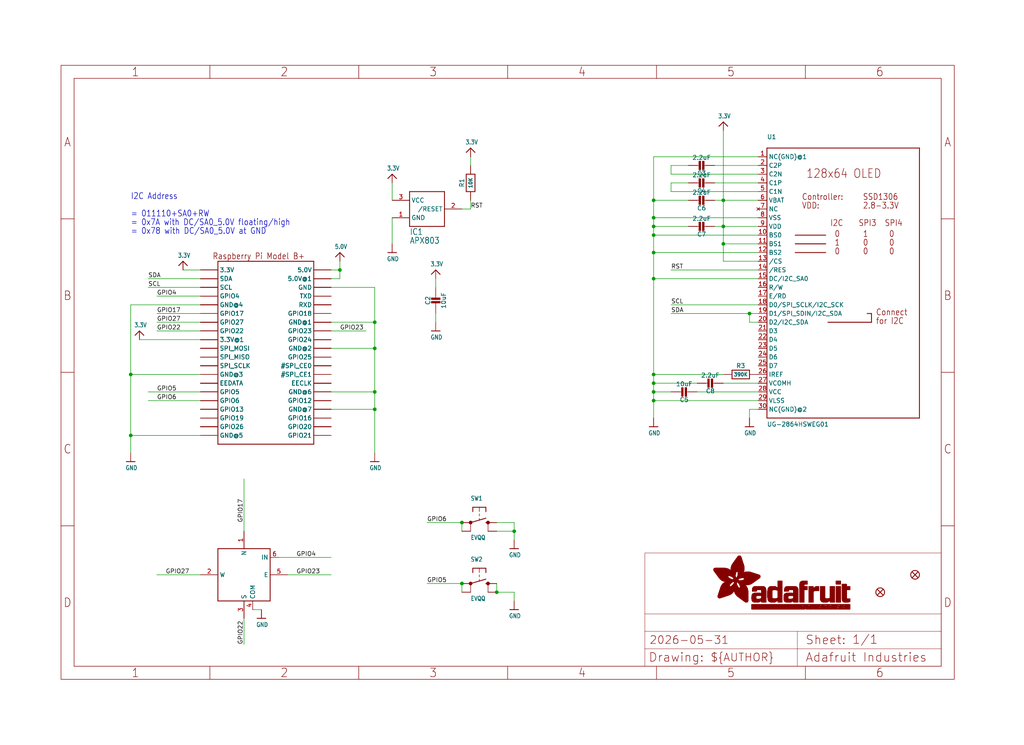
<source format=kicad_sch>
(kicad_sch (version 20230121) (generator eeschema)
  (paper "User" 298.45 217.322)
  (lib_symbols
    (symbol "working-eagle-import:3.3V" (power)
      (property "Value" "3.3V" (at -1.524 1.016 0))
      (symbol "3.3V_1_0"
        (pin power_in line (at 0 -2.54 90) (length 2.54) (name "3.3V") (number "1"))
      )
    )
    (symbol "working-eagle-import:5.0V" (power)
      (property "Value" "5.0V" (at -1.524 1.016 0))
      (symbol "5.0V_1_0"
        (pin power_in line (at 0 -2.54 90) (length 2.54) (name "5.0V") (number "1"))
      )
    )
    (symbol "working-eagle-import:AXP083-SAG"
      (property "Reference" "IC" (at -5.08 -7.62 0))
      (symbol "AXP083-SAG_1_0"
        (pin power_in line (at -10.16 -2.54 0) (length 5.08) (name "GND") (number "1"))
        (pin output line (at 10.16 0 180) (length 5.08) (name "/RESET") (number "2"))
        (pin power_in line (at -10.16 2.54 0) (length 5.08) (name "VCC") (number "3"))
      )
    )
    (symbol "working-eagle-import:CAP_CERAMIC0805-NOOUTLINE"
      (property "Reference" "C" (at -2.29 1.25 90))
      (symbol "CAP_CERAMIC0805-NOOUTLINE_1_0"
        (pin passive line (at 0 5.08 270) (length 2.54) (name "1") (number "1"))
        (pin passive line (at 0 -2.54 90) (length 2.54) (name "2") (number "2"))
      )
    )
    (symbol "working-eagle-import:DISP_OLED_UG-2864HSWEG01"
      (property "Reference" "U" (at -22.86 40.64 0))
      (symbol "DISP_OLED_UG-2864HSWEG01_1_0"
        (text "0" (at -3.175 6.985 0) (effects (font (size 1.778 1.5113)) (justify left bottom)))
        (text "0" (at -3.175 12.065 0) (effects (font (size 1.778 1.5113)) (justify left bottom)))
        (text "0" (at 5.08 6.985 0) (effects (font (size 1.778 1.5113)) (justify left bottom)))
        (text "0" (at 5.08 9.525 0) (effects (font (size 1.778 1.5113)) (justify left bottom)))
        (text "0" (at 12.7 6.985 0) (effects (font (size 1.778 1.5113)) (justify left bottom)))
        (text "0" (at 12.7 9.525 0) (effects (font (size 1.778 1.5113)) (justify left bottom)))
        (text "0" (at 12.7 12.065 0) (effects (font (size 1.778 1.5113)) (justify left bottom)))
        (text "1" (at -3.175 9.525 0) (effects (font (size 1.778 1.5113)) (justify left bottom)))
        (text "1" (at 5.08 12.065 0) (effects (font (size 1.778 1.5113)) (justify left bottom)))
        (text "128x64 OLED" (at -11.43 29.21 0) (effects (font (size 2.54 2.159)) (justify left bottom)))
        (text "2.8-3.3V" (at 5.08 20.32 0) (effects (font (size 1.778 1.5113)) (justify left bottom)))
        (text "Connect" (at 8.89 -10.795 0) (effects (font (size 1.778 1.5113)) (justify left bottom)))
        (text "Controller:" (at -12.7 22.86 0) (effects (font (size 1.778 1.5113)) (justify left bottom)))
        (text "for I2C" (at 8.89 -13.335 0) (effects (font (size 1.778 1.5113)) (justify left bottom)))
        (text "I2C" (at -4.445 15.24 0) (effects (font (size 1.778 1.5113)) (justify left bottom)))
        (text "SPI3" (at 3.81 15.24 0) (effects (font (size 1.778 1.5113)) (justify left bottom)))
        (text "SPI4" (at 11.43 15.24 0) (effects (font (size 1.778 1.5113)) (justify left bottom)))
        (text "SSD1306" (at 5.08 22.86 0) (effects (font (size 1.778 1.5113)) (justify left bottom)))
        (text "VDD:" (at -12.7 20.32 0) (effects (font (size 1.778 1.5113)) (justify left bottom)))
        (pin input line (at -25.4 35.56 0) (length 2.54) (name "NC(GND)@1") (number "1"))
        (pin input line (at -25.4 12.7 0) (length 2.54) (name "BS0") (number "10"))
        (pin input line (at -25.4 10.16 0) (length 2.54) (name "BS1") (number "11"))
        (pin input line (at -25.4 7.62 0) (length 2.54) (name "BS2") (number "12"))
        (pin input line (at -25.4 5.08 0) (length 2.54) (name "/CS") (number "13"))
        (pin input line (at -25.4 2.54 0) (length 2.54) (name "/RES") (number "14"))
        (pin input line (at -25.4 0 0) (length 2.54) (name "DC/I2C_SA0") (number "15"))
        (pin input line (at -25.4 -2.54 0) (length 2.54) (name "R/W") (number "16"))
        (pin input line (at -25.4 -5.08 0) (length 2.54) (name "E/RD") (number "17"))
        (pin bidirectional line (at -25.4 -7.62 0) (length 2.54) (name "D0/SPI_SCLK/I2C_SCK") (number "18"))
        (pin bidirectional line (at -25.4 -10.16 0) (length 2.54) (name "D1/SPI_SDIN/I2C_SDA") (number "19"))
        (pin input line (at -25.4 33.02 0) (length 2.54) (name "C2P") (number "2"))
        (pin bidirectional line (at -25.4 -12.7 0) (length 2.54) (name "D2/I2C_SDA") (number "20"))
        (pin bidirectional line (at -25.4 -15.24 0) (length 2.54) (name "D3") (number "21"))
        (pin bidirectional line (at -25.4 -17.78 0) (length 2.54) (name "D4") (number "22"))
        (pin bidirectional line (at -25.4 -20.32 0) (length 2.54) (name "D5") (number "23"))
        (pin bidirectional line (at -25.4 -22.86 0) (length 2.54) (name "D6") (number "24"))
        (pin bidirectional line (at -25.4 -25.4 0) (length 2.54) (name "D7") (number "25"))
        (pin input line (at -25.4 -27.94 0) (length 2.54) (name "IREF") (number "26"))
        (pin output line (at -25.4 -30.48 0) (length 2.54) (name "VCOMH") (number "27"))
        (pin power_in line (at -25.4 -33.02 0) (length 2.54) (name "VCC") (number "28"))
        (pin power_in line (at -25.4 -35.56 0) (length 2.54) (name "VLSS") (number "29"))
        (pin input line (at -25.4 30.48 0) (length 2.54) (name "C2N") (number "3"))
        (pin input line (at -25.4 -38.1 0) (length 2.54) (name "NC(GND)@2") (number "30"))
        (pin input line (at -25.4 27.94 0) (length 2.54) (name "C1P") (number "4"))
        (pin input line (at -25.4 25.4 0) (length 2.54) (name "C1N") (number "5"))
        (pin input line (at -25.4 22.86 0) (length 2.54) (name "VBAT") (number "6"))
        (pin no_connect line (at -25.4 20.32 0) (length 2.54) (name "NC") (number "7"))
        (pin power_in line (at -25.4 17.78 0) (length 2.54) (name "VSS") (number "8"))
        (pin power_in line (at -25.4 15.24 0) (length 2.54) (name "VDD") (number "9"))
      )
    )
    (symbol "working-eagle-import:FIDUCIAL_1MM")
    (symbol "working-eagle-import:FRAME_A4_ADAFRUIT"
      (symbol "FRAME_A4_ADAFRUIT_1_0"
        (text "${#}/${##}" (at 230.505 10.16 0) (effects (font (size 2.54 2.54)) (justify left bottom)))
        (text "${AUTHOR}" (at 189.23 5.08 0) (effects (font (size 2.286 2.286)) (justify left bottom)))
        (text "${CURRENT_DATE}" (at 171.45 10.16 0) (effects (font (size 2.286 2.286)) (justify left bottom)))
        (text "${PROJECTNAME}" (at 171.45 15.24 0) (effects (font (size 2.54 2.54)) (justify left bottom)))
        (text "1" (at 21.6958 1.905 0) (effects (font (size 2.54 2.286))))
        (text "1" (at 21.6958 177.165 0) (effects (font (size 2.54 2.286))))
        (text "2" (at 65.0875 1.905 0) (effects (font (size 2.54 2.286))))
        (text "2" (at 65.0875 177.165 0) (effects (font (size 2.54 2.286))))
        (text "3" (at 108.4792 1.905 0) (effects (font (size 2.54 2.286))))
        (text "3" (at 108.4792 177.165 0) (effects (font (size 2.54 2.286))))
        (text "4" (at 151.8708 1.905 0) (effects (font (size 2.54 2.286))))
        (text "4" (at 151.8708 177.165 0) (effects (font (size 2.54 2.286))))
        (text "5" (at 195.2625 1.905 0) (effects (font (size 2.54 2.286))))
        (text "5" (at 195.2625 177.165 0) (effects (font (size 2.54 2.286))))
        (text "6" (at 238.6542 1.905 0) (effects (font (size 2.54 2.286))))
        (text "6" (at 238.6542 177.165 0) (effects (font (size 2.54 2.286))))
        (text "A" (at 1.905 156.6863 0) (effects (font (size 2.54 2.286))))
        (text "A" (at 258.445 156.6863 0) (effects (font (size 2.54 2.286))))
        (text "Adafruit Industries" (at 216.916 4.953 0) (effects (font (size 2.54 2.54)) (justify left bottom)))
        (text "B" (at 1.905 111.9188 0) (effects (font (size 2.54 2.286))))
        (text "B" (at 258.445 111.9188 0) (effects (font (size 2.54 2.286))))
        (text "C" (at 1.905 67.1513 0) (effects (font (size 2.54 2.286))))
        (text "C" (at 258.445 67.1513 0) (effects (font (size 2.54 2.286))))
        (text "D" (at 1.905 22.3838 0) (effects (font (size 2.54 2.286))))
        (text "D" (at 258.445 22.3838 0) (effects (font (size 2.54 2.286))))
        (text "Drawing:" (at 171.196 4.953 0) (effects (font (size 2.54 2.54)) (justify left bottom)))
        (text "Sheet:" (at 216.916 10.033 0) (effects (font (size 2.54 2.54)) (justify left bottom)))
      )
    )
    (symbol "working-eagle-import:GND" (power)
      (property "Value" "GND" (at -1.524 -2.54 0))
      (symbol "GND_1_0"
        (pin power_in line (at 0 2.54 270) (length 2.54) (name "GND") (number "1"))
      )
    )
    (symbol "working-eagle-import:NAVSWITCHSKQUABAUE010"
      (symbol "NAVSWITCHSKQUABAUE010_1_0"
        (pin bidirectional line (at 0 12.7 270) (length 5.08) (name "N") (number "1"))
        (pin bidirectional line (at -12.7 0 0) (length 5.08) (name "W") (number "2"))
        (pin bidirectional line (at 0 -12.7 90) (length 5.08) (name "S") (number "3"))
        (pin bidirectional line (at 2.54 -10.16 90) (length 2.54) (name "COM") (number "4"))
        (pin bidirectional line (at 12.7 0 180) (length 5.08) (name "E") (number "5"))
        (pin bidirectional line (at 10.16 5.08 180) (length 2.54) (name "IN") (number "6"))
      )
    )
    (symbol "working-eagle-import:RASPBERRYPI_BPLUS_BONNET_THMSMT"
      (symbol "RASPBERRYPI_BPLUS_BONNET_THMSMT_1_0"
        (text "Raspberry Pi Model B+" (at 12.7 25.4 0) (effects (font (size 1.778 1.5113)) (justify right top)))
        (pin power_in line (at -17.78 20.32 0) (length 5.08) (name "3.3V") (number "1"))
        (pin bidirectional line (at 20.32 10.16 180) (length 5.08) (name "RXD") (number "10"))
        (pin bidirectional line (at -17.78 7.62 0) (length 5.08) (name "GPIO17") (number "11"))
        (pin bidirectional line (at 20.32 7.62 180) (length 5.08) (name "GPIO18") (number "12"))
        (pin bidirectional line (at -17.78 5.08 0) (length 5.08) (name "GPIO27") (number "13"))
        (pin power_in line (at 20.32 5.08 180) (length 5.08) (name "GND@1") (number "14"))
        (pin bidirectional line (at -17.78 2.54 0) (length 5.08) (name "GPIO22") (number "15"))
        (pin bidirectional line (at 20.32 2.54 180) (length 5.08) (name "GPIO23") (number "16"))
        (pin power_in line (at -17.78 0 0) (length 5.08) (name "3.3V@1") (number "17"))
        (pin bidirectional line (at 20.32 0 180) (length 5.08) (name "GPIO24") (number "18"))
        (pin bidirectional line (at -17.78 -2.54 0) (length 5.08) (name "SPI_MOSI") (number "19"))
        (pin power_in line (at 20.32 20.32 180) (length 5.08) (name "5.0V") (number "2"))
        (pin power_in line (at 20.32 -2.54 180) (length 5.08) (name "GND@2") (number "20"))
        (pin bidirectional line (at -17.78 -5.08 0) (length 5.08) (name "SPI_MISO") (number "21"))
        (pin bidirectional line (at 20.32 -5.08 180) (length 5.08) (name "GPIO25") (number "22"))
        (pin bidirectional line (at -17.78 -7.62 0) (length 5.08) (name "SPI_SCLK") (number "23"))
        (pin bidirectional line (at 20.32 -7.62 180) (length 5.08) (name "#SPI_CE0") (number "24"))
        (pin power_in line (at -17.78 -10.16 0) (length 5.08) (name "GND@3") (number "25"))
        (pin bidirectional line (at 20.32 -10.16 180) (length 5.08) (name "#SPI_CE1") (number "26"))
        (pin bidirectional line (at -17.78 -12.7 0) (length 5.08) (name "EEDATA") (number "27"))
        (pin bidirectional line (at 20.32 -12.7 180) (length 5.08) (name "EECLK") (number "28"))
        (pin bidirectional line (at -17.78 -15.24 0) (length 5.08) (name "GPIO5") (number "29"))
        (pin bidirectional line (at -17.78 17.78 0) (length 5.08) (name "SDA") (number "3"))
        (pin power_in line (at 20.32 -15.24 180) (length 5.08) (name "GND@6") (number "30"))
        (pin bidirectional line (at -17.78 -17.78 0) (length 5.08) (name "GPIO6") (number "31"))
        (pin bidirectional line (at 20.32 -17.78 180) (length 5.08) (name "GPIO12") (number "32"))
        (pin bidirectional line (at -17.78 -20.32 0) (length 5.08) (name "GPIO13") (number "33"))
        (pin power_in line (at 20.32 -20.32 180) (length 5.08) (name "GND@7") (number "34"))
        (pin bidirectional line (at -17.78 -22.86 0) (length 5.08) (name "GPIO19") (number "35"))
        (pin bidirectional line (at 20.32 -22.86 180) (length 5.08) (name "GPIO16") (number "36"))
        (pin bidirectional line (at -17.78 -25.4 0) (length 5.08) (name "GPIO26") (number "37"))
        (pin bidirectional line (at 20.32 -25.4 180) (length 5.08) (name "GPIO20") (number "38"))
        (pin power_in line (at -17.78 -27.94 0) (length 5.08) (name "GND@5") (number "39"))
        (pin power_in line (at 20.32 17.78 180) (length 5.08) (name "5.0V@1") (number "4"))
        (pin bidirectional line (at 20.32 -27.94 180) (length 5.08) (name "GPIO21") (number "40"))
        (pin bidirectional line (at -17.78 15.24 0) (length 5.08) (name "SCL") (number "5"))
        (pin power_in line (at 20.32 15.24 180) (length 5.08) (name "GND") (number "6"))
        (pin bidirectional line (at -17.78 12.7 0) (length 5.08) (name "GPIO4") (number "7"))
        (pin bidirectional line (at 20.32 12.7 180) (length 5.08) (name "TXD") (number "8"))
        (pin power_in line (at -17.78 10.16 0) (length 5.08) (name "GND@4") (number "9"))
        (pin power_in line (at -17.78 20.32 0) (length 5.08) (name "3.3V") (number "S1"))
        (pin bidirectional line (at 20.32 10.16 180) (length 5.08) (name "RXD") (number "S10"))
        (pin bidirectional line (at -17.78 7.62 0) (length 5.08) (name "GPIO17") (number "S11"))
        (pin bidirectional line (at 20.32 7.62 180) (length 5.08) (name "GPIO18") (number "S12"))
        (pin bidirectional line (at -17.78 5.08 0) (length 5.08) (name "GPIO27") (number "S13"))
        (pin power_in line (at 20.32 5.08 180) (length 5.08) (name "GND@1") (number "S14"))
        (pin bidirectional line (at -17.78 2.54 0) (length 5.08) (name "GPIO22") (number "S15"))
        (pin bidirectional line (at 20.32 2.54 180) (length 5.08) (name "GPIO23") (number "S16"))
        (pin power_in line (at -17.78 0 0) (length 5.08) (name "3.3V@1") (number "S17"))
        (pin bidirectional line (at 20.32 0 180) (length 5.08) (name "GPIO24") (number "S18"))
        (pin bidirectional line (at -17.78 -2.54 0) (length 5.08) (name "SPI_MOSI") (number "S19"))
        (pin power_in line (at 20.32 20.32 180) (length 5.08) (name "5.0V") (number "S2"))
        (pin power_in line (at 20.32 -2.54 180) (length 5.08) (name "GND@2") (number "S20"))
        (pin bidirectional line (at -17.78 -5.08 0) (length 5.08) (name "SPI_MISO") (number "S21"))
        (pin bidirectional line (at 20.32 -5.08 180) (length 5.08) (name "GPIO25") (number "S22"))
        (pin bidirectional line (at -17.78 -7.62 0) (length 5.08) (name "SPI_SCLK") (number "S23"))
        (pin bidirectional line (at 20.32 -7.62 180) (length 5.08) (name "#SPI_CE0") (number "S24"))
        (pin power_in line (at -17.78 -10.16 0) (length 5.08) (name "GND@3") (number "S25"))
        (pin bidirectional line (at 20.32 -10.16 180) (length 5.08) (name "#SPI_CE1") (number "S26"))
        (pin bidirectional line (at -17.78 -12.7 0) (length 5.08) (name "EEDATA") (number "S27"))
        (pin bidirectional line (at 20.32 -12.7 180) (length 5.08) (name "EECLK") (number "S28"))
        (pin bidirectional line (at -17.78 -15.24 0) (length 5.08) (name "GPIO5") (number "S29"))
        (pin bidirectional line (at -17.78 17.78 0) (length 5.08) (name "SDA") (number "S3"))
        (pin power_in line (at 20.32 -15.24 180) (length 5.08) (name "GND@6") (number "S30"))
        (pin bidirectional line (at -17.78 -17.78 0) (length 5.08) (name "GPIO6") (number "S31"))
        (pin bidirectional line (at 20.32 -17.78 180) (length 5.08) (name "GPIO12") (number "S32"))
        (pin bidirectional line (at -17.78 -20.32 0) (length 5.08) (name "GPIO13") (number "S33"))
        (pin power_in line (at 20.32 -20.32 180) (length 5.08) (name "GND@7") (number "S34"))
        (pin bidirectional line (at -17.78 -22.86 0) (length 5.08) (name "GPIO19") (number "S35"))
        (pin bidirectional line (at 20.32 -22.86 180) (length 5.08) (name "GPIO16") (number "S36"))
        (pin bidirectional line (at -17.78 -25.4 0) (length 5.08) (name "GPIO26") (number "S37"))
        (pin bidirectional line (at 20.32 -25.4 180) (length 5.08) (name "GPIO20") (number "S38"))
        (pin power_in line (at -17.78 -27.94 0) (length 5.08) (name "GND@5") (number "S39"))
        (pin power_in line (at 20.32 17.78 180) (length 5.08) (name "5.0V@1") (number "S4"))
        (pin bidirectional line (at 20.32 -27.94 180) (length 5.08) (name "GPIO21") (number "S40"))
        (pin bidirectional line (at -17.78 15.24 0) (length 5.08) (name "SCL") (number "S5"))
        (pin power_in line (at 20.32 15.24 180) (length 5.08) (name "GND") (number "S6"))
        (pin bidirectional line (at -17.78 12.7 0) (length 5.08) (name "GPIO4") (number "S7"))
        (pin bidirectional line (at 20.32 12.7 180) (length 5.08) (name "TXD") (number "S8"))
        (pin power_in line (at -17.78 10.16 0) (length 5.08) (name "GND@4") (number "S9"))
      )
    )
    (symbol "working-eagle-import:RESISTOR0805_NOOUTLINE"
      (property "Reference" "R" (at 0 2.54 0))
      (symbol "RESISTOR0805_NOOUTLINE_1_0"
        (pin passive line (at -5.08 0 0) (length 2.54) (name "1") (number "1"))
        (pin passive line (at 5.08 0 180) (length 2.54) (name "2") (number "2"))
      )
    )
    (symbol "working-eagle-import:SWITCH_TACT_SMT_EVQQ2_SMALL"
      (property "Reference" "SW" (at -2.54 6.35 0))
      (symbol "SWITCH_TACT_SMT_EVQQ2_SMALL_1_0"
        (pin passive line (at -5.08 0 0) (length 2.54) (name "P") (number "A"))
        (pin passive line (at -5.08 -2.54 0) (length 2.54) (name "P1") (number "A'"))
        (pin passive line (at 5.08 0 180) (length 2.54) (name "S") (number "B"))
        (pin passive line (at 5.08 -2.54 180) (length 2.54) (name "S1") (number "B'"))
      )
    )
  )
  (junction (at 149.86 154.94))
  (junction (at 210.82 66.04))
  (junction (at 190.5 66.04))
  (junction (at 134.62 170.18))
  (junction (at 134.62 152.4))
  (junction (at 109.22 119.38))
  (junction (at 190.5 63.5))
  (junction (at 144.78 172.72))
  (junction (at 210.82 58.42))
  (junction (at 190.5 116.84))
  (junction (at 109.22 93.98))
  (junction (at 190.5 58.42))
  (junction (at 190.5 109.22))
  (junction (at 38.1 127))
  (junction (at 218.44 91.44))
  (junction (at 109.22 114.3))
  (junction (at 190.5 73.66))
  (junction (at 210.82 71.12))
  (junction (at 38.1 109.22))
  (junction (at 190.5 68.58))
  (junction (at 190.5 114.3))
  (junction (at 190.5 81.28))
  (junction (at 99.06 78.74))
  (junction (at 190.5 111.76))
  (junction (at 109.22 101.6))
  (wire (pts (xy 134.62 152.4) (xy 124.46 152.4)) (stroke (width 0.1524)))
  (wire (pts (xy 137.16 60.96) (xy 137.16 58.42)) (stroke (width 0.1524)))
  (wire (pts (xy 58.42 91.44) (xy 45.72 91.44)) (stroke (width 0.1524)))
  (wire (pts (xy 218.44 93.98) (xy 220.98 93.98)) (stroke (width 0.1524)))
  (wire (pts (xy 109.22 93.98) (xy 109.22 101.6)) (stroke (width 0.1524)))
  (wire (pts (xy 96.52 83.82) (xy 109.22 83.82)) (stroke (width 0.1524)))
  (wire (pts (xy 220.98 116.84) (xy 190.5 116.84)) (stroke (width 0.1524)))
  (wire (pts (xy 96.52 93.98) (xy 109.22 93.98)) (stroke (width 0.1524)))
  (wire (pts (xy 195.58 55.88) (xy 220.98 55.88)) (stroke (width 0.1524)))
  (wire (pts (xy 149.86 172.72) (xy 149.86 175.26)) (stroke (width 0.1524)))
  (wire (pts (xy 200.66 53.34) (xy 195.58 53.34)) (stroke (width 0.1524)))
  (wire (pts (xy 220.98 111.76) (xy 210.82 111.76)) (stroke (width 0.1524)))
  (wire (pts (xy 210.82 71.12) (xy 220.98 71.12)) (stroke (width 0.1524)))
  (wire (pts (xy 99.06 81.28) (xy 99.06 78.74)) (stroke (width 0.1524)))
  (wire (pts (xy 220.98 63.5) (xy 190.5 63.5)) (stroke (width 0.1524)))
  (wire (pts (xy 220.98 68.58) (xy 190.5 68.58)) (stroke (width 0.1524)))
  (wire (pts (xy 124.46 170.18) (xy 134.62 170.18)) (stroke (width 0.1524)))
  (wire (pts (xy 96.52 114.3) (xy 109.22 114.3)) (stroke (width 0.1524)))
  (wire (pts (xy 45.72 86.36) (xy 58.42 86.36)) (stroke (width 0.1524)))
  (wire (pts (xy 200.66 66.04) (xy 190.5 66.04)) (stroke (width 0.1524)))
  (wire (pts (xy 210.82 66.04) (xy 208.28 66.04)) (stroke (width 0.1524)))
  (wire (pts (xy 144.78 152.4) (xy 149.86 152.4)) (stroke (width 0.1524)))
  (wire (pts (xy 109.22 119.38) (xy 109.22 132.08)) (stroke (width 0.1524)))
  (wire (pts (xy 109.22 83.82) (xy 109.22 93.98)) (stroke (width 0.1524)))
  (wire (pts (xy 195.58 53.34) (xy 195.58 55.88)) (stroke (width 0.1524)))
  (wire (pts (xy 218.44 93.98) (xy 218.44 91.44)) (stroke (width 0.1524)))
  (wire (pts (xy 71.12 180.34) (xy 71.12 187.96)) (stroke (width 0.1524)))
  (wire (pts (xy 195.58 114.3) (xy 190.5 114.3)) (stroke (width 0.1524)))
  (wire (pts (xy 195.58 50.8) (xy 220.98 50.8)) (stroke (width 0.1524)))
  (wire (pts (xy 220.98 91.44) (xy 218.44 91.44)) (stroke (width 0.1524)))
  (wire (pts (xy 58.42 88.9) (xy 38.1 88.9)) (stroke (width 0.1524)))
  (wire (pts (xy 38.1 109.22) (xy 38.1 127)) (stroke (width 0.1524)))
  (wire (pts (xy 210.82 58.42) (xy 210.82 66.04)) (stroke (width 0.1524)))
  (wire (pts (xy 114.3 58.42) (xy 114.3 53.34)) (stroke (width 0.1524)))
  (wire (pts (xy 218.44 91.44) (xy 195.58 91.44)) (stroke (width 0.1524)))
  (wire (pts (xy 114.3 63.5) (xy 114.3 71.12)) (stroke (width 0.1524)))
  (wire (pts (xy 200.66 58.42) (xy 190.5 58.42)) (stroke (width 0.1524)))
  (wire (pts (xy 45.72 93.98) (xy 58.42 93.98)) (stroke (width 0.1524)))
  (wire (pts (xy 96.52 96.52) (xy 106.68 96.52)) (stroke (width 0.1524)))
  (wire (pts (xy 58.42 127) (xy 38.1 127)) (stroke (width 0.1524)))
  (wire (pts (xy 190.5 109.22) (xy 210.82 109.22)) (stroke (width 0.1524)))
  (wire (pts (xy 58.42 99.06) (xy 40.64 99.06)) (stroke (width 0.1524)))
  (wire (pts (xy 43.18 116.84) (xy 58.42 116.84)) (stroke (width 0.1524)))
  (wire (pts (xy 220.98 78.74) (xy 195.58 78.74)) (stroke (width 0.1524)))
  (wire (pts (xy 220.98 48.26) (xy 208.28 48.26)) (stroke (width 0.1524)))
  (wire (pts (xy 99.06 78.74) (xy 99.06 76.2)) (stroke (width 0.1524)))
  (wire (pts (xy 81.28 162.56) (xy 96.52 162.56)) (stroke (width 0.1524)))
  (wire (pts (xy 220.98 114.3) (xy 203.2 114.3)) (stroke (width 0.1524)))
  (wire (pts (xy 134.62 170.18) (xy 134.62 172.72)) (stroke (width 0.1524)))
  (wire (pts (xy 220.98 119.38) (xy 218.44 119.38)) (stroke (width 0.1524)))
  (wire (pts (xy 220.98 76.2) (xy 210.82 76.2)) (stroke (width 0.1524)))
  (wire (pts (xy 96.52 119.38) (xy 109.22 119.38)) (stroke (width 0.1524)))
  (wire (pts (xy 58.42 114.3) (xy 43.18 114.3)) (stroke (width 0.1524)))
  (wire (pts (xy 137.16 48.26) (xy 137.16 45.72)) (stroke (width 0.1524)))
  (wire (pts (xy 134.62 60.96) (xy 137.16 60.96)) (stroke (width 0.1524)))
  (wire (pts (xy 190.5 111.76) (xy 190.5 109.22)) (stroke (width 0.1524)))
  (wire (pts (xy 220.98 73.66) (xy 190.5 73.66)) (stroke (width 0.1524)))
  (wire (pts (xy 190.5 114.3) (xy 190.5 111.76)) (stroke (width 0.1524)))
  (wire (pts (xy 144.78 170.18) (xy 144.78 172.72)) (stroke (width 0.1524)))
  (wire (pts (xy 149.86 152.4) (xy 149.86 154.94)) (stroke (width 0.1524)))
  (wire (pts (xy 144.78 172.72) (xy 149.86 172.72)) (stroke (width 0.1524)))
  (wire (pts (xy 220.98 45.72) (xy 190.5 45.72)) (stroke (width 0.1524)))
  (wire (pts (xy 220.98 66.04) (xy 210.82 66.04)) (stroke (width 0.1524)))
  (wire (pts (xy 195.58 48.26) (xy 195.58 50.8)) (stroke (width 0.1524)))
  (wire (pts (xy 190.5 73.66) (xy 190.5 81.28)) (stroke (width 0.1524)))
  (wire (pts (xy 109.22 114.3) (xy 109.22 119.38)) (stroke (width 0.1524)))
  (wire (pts (xy 190.5 116.84) (xy 190.5 114.3)) (stroke (width 0.1524)))
  (wire (pts (xy 220.98 53.34) (xy 208.28 53.34)) (stroke (width 0.1524)))
  (wire (pts (xy 58.42 81.28) (xy 43.18 81.28)) (stroke (width 0.1524)))
  (wire (pts (xy 190.5 63.5) (xy 190.5 66.04)) (stroke (width 0.1524)))
  (wire (pts (xy 38.1 88.9) (xy 38.1 109.22)) (stroke (width 0.1524)))
  (wire (pts (xy 96.52 101.6) (xy 109.22 101.6)) (stroke (width 0.1524)))
  (wire (pts (xy 96.52 81.28) (xy 99.06 81.28)) (stroke (width 0.1524)))
  (wire (pts (xy 218.44 119.38) (xy 218.44 121.92)) (stroke (width 0.1524)))
  (wire (pts (xy 58.42 109.22) (xy 38.1 109.22)) (stroke (width 0.1524)))
  (wire (pts (xy 96.52 78.74) (xy 99.06 78.74)) (stroke (width 0.1524)))
  (wire (pts (xy 76.2 177.8) (xy 73.66 177.8)) (stroke (width 0.1524)))
  (wire (pts (xy 71.12 139.7) (xy 71.12 154.94)) (stroke (width 0.1524)))
  (wire (pts (xy 220.98 88.9) (xy 195.58 88.9)) (stroke (width 0.1524)))
  (wire (pts (xy 58.42 83.82) (xy 43.18 83.82)) (stroke (width 0.1524)))
  (wire (pts (xy 58.42 96.52) (xy 45.72 96.52)) (stroke (width 0.1524)))
  (wire (pts (xy 134.62 152.4) (xy 134.62 154.94)) (stroke (width 0.1524)))
  (wire (pts (xy 38.1 127) (xy 38.1 132.08)) (stroke (width 0.1524)))
  (wire (pts (xy 127 91.44) (xy 127 93.98)) (stroke (width 0.1524)))
  (wire (pts (xy 149.86 154.94) (xy 149.86 157.48)) (stroke (width 0.1524)))
  (wire (pts (xy 144.78 154.94) (xy 149.86 154.94)) (stroke (width 0.1524)))
  (wire (pts (xy 190.5 81.28) (xy 190.5 109.22)) (stroke (width 0.1524)))
  (wire (pts (xy 210.82 76.2) (xy 210.82 71.12)) (stroke (width 0.1524)))
  (wire (pts (xy 190.5 68.58) (xy 190.5 73.66)) (stroke (width 0.1524)))
  (wire (pts (xy 190.5 66.04) (xy 190.5 68.58)) (stroke (width 0.1524)))
  (wire (pts (xy 190.5 58.42) (xy 190.5 45.72)) (stroke (width 0.1524)))
  (wire (pts (xy 127 81.28) (xy 127 83.82)) (stroke (width 0.1524)))
  (wire (pts (xy 190.5 116.84) (xy 190.5 121.92)) (stroke (width 0.1524)))
  (wire (pts (xy 58.42 78.74) (xy 53.34 78.74)) (stroke (width 0.1524)))
  (wire (pts (xy 220.98 58.42) (xy 210.82 58.42)) (stroke (width 0.1524)))
  (wire (pts (xy 210.82 38.1) (xy 210.82 58.42)) (stroke (width 0.1524)))
  (wire (pts (xy 200.66 48.26) (xy 195.58 48.26)) (stroke (width 0.1524)))
  (wire (pts (xy 203.2 111.76) (xy 190.5 111.76)) (stroke (width 0.1524)))
  (wire (pts (xy 210.82 71.12) (xy 210.82 66.04)) (stroke (width 0.1524)))
  (wire (pts (xy 109.22 101.6) (xy 109.22 114.3)) (stroke (width 0.1524)))
  (wire (pts (xy 83.82 167.64) (xy 96.52 167.64)) (stroke (width 0.1524)))
  (wire (pts (xy 190.5 63.5) (xy 190.5 58.42)) (stroke (width 0.1524)))
  (wire (pts (xy 58.42 167.64) (xy 45.72 167.64)) (stroke (width 0.1524)))
  (wire (pts (xy 220.98 81.28) (xy 190.5 81.28)) (stroke (width 0.1524)))
  (wire (pts (xy 210.82 58.42) (xy 208.28 58.42)) (stroke (width 0.1524)))
  (text "I2C Address" (at 38.1 58.42 0) (effects (font (size 1.778 1.5113)) (justify left bottom)))
  (text "= 0x7A with DC/SA0_5.0V floating/high" (at 38.1 66.04 0) (effects (font (size 1.778 1.5113)) (justify left bottom)))
  (text "= 0x78 with DC/SA0_5.0V at GND" (at 38.1 68.58 0) (effects (font (size 1.778 1.5113)) (justify left bottom)))
  (text "= 011110+SA0+RW" (at 38.1 63.5 0) (effects (font (size 1.778 1.5113)) (justify left bottom)))
  (label "GPIO22" (at 45.72 96.52 0) (effects (font (size 1.2446 1.2446))))
  (label "SDA" (at 195.58 91.44 0) (effects (font (size 1.2446 1.2446))))
  (label "SCL" (at 195.58 88.9 0) (effects (font (size 1.2446 1.2446))))
  (label "GPIO23" (at 86.36 167.64 0) (effects (font (size 1.2446 1.2446))))
  (label "GPIO17" (at 45.72 91.44 0) (effects (font (size 1.2446 1.2446))))
  (label "RST" (at 195.58 78.74 0) (effects (font (size 1.2446 1.2446))))
  (label "GPIO22" (at 71.12 187.96 90) (effects (font (size 1.2446 1.2446))))
  (label "GPIO23" (at 99.06 96.52 0) (effects (font (size 1.2446 1.2446))))
  (label "GPIO17" (at 71.12 152.4 90) (effects (font (size 1.2446 1.2446))))
  (label "GPIO4" (at 86.36 162.56 0) (effects (font (size 1.2446 1.2446))))
  (label "GPIO5" (at 45.72 114.3 0) (effects (font (size 1.2446 1.2446))))
  (label "GPIO27" (at 48.26 167.64 0) (effects (font (size 1.2446 1.2446))))
  (label "GPIO6" (at 124.46 152.4 0) (effects (font (size 1.2446 1.2446))))
  (label "SDA" (at 43.18 81.28 0) (effects (font (size 1.2446 1.2446))))
  (label "GPIO4" (at 45.72 86.36 0) (effects (font (size 1.2446 1.2446))))
  (label "GPIO27" (at 45.72 93.98 0) (effects (font (size 1.2446 1.2446))))
  (label "RST" (at 137.16 60.96 0) (effects (font (size 1.2446 1.2446))))
  (label "GPIO5" (at 124.46 170.18 0) (effects (font (size 1.2446 1.2446))))
  (label "GPIO6" (at 45.72 116.84 0) (effects (font (size 1.2446 1.2446))))
  (label "SCL" (at 43.18 83.82 0) (effects (font (size 1.2446 1.2446))))
  (symbol (lib_id "working-eagle-import:GND") (at 114.3 73.66 0) (unit 1)
    (property "Reference" "#U$9" (effects hide))
    (property "Value" "GND" (at 112.776 76.2 0) (effects (font (size 1.27 1.0795)) (justify left bottom)))
  )
  (symbol (lib_id "working-eagle-import:3.3V") (at 114.3 50.8 0) (unit 1)
    (property "Reference" "#U$7" (effects hide))
    (property "Value" "3.3V" (at 112.776 49.784 0) (effects (font (size 1.27 1.0795)) (justify left bottom)))
  )
  (symbol (lib_id "working-eagle-import:CAP_CERAMIC0805-NOOUTLINE") (at 205.74 53.34 90) (unit 1)
    (property "Reference" "C4" (at 204.49 55.63 90))
    (property "Value" "2.2uF" (at 204.49 51.04 90))
    (property "Footprint" "working:0805-NO" (effects hide))
  )
  (symbol (lib_id "working-eagle-import:AXP083-SAG") (at 124.46 60.96 0) (unit 1)
    (property "Reference" "IC1" (at 119.38 68.58 0) (effects (font (size 1.778 1.5113)) (justify left bottom)))
    (property "Value" "APX803" (at 119.38 71.12 0) (effects (font (size 1.778 1.5113)) (justify left bottom)))
    (property "Footprint" "working:SOT23" (effects hide))
  )
  (symbol (lib_id "working-eagle-import:RESISTOR0805_NOOUTLINE") (at 215.9 109.22 0) (unit 1)
    (property "Reference" "R3" (at 215.9 106.68 0))
    (property "Value" "390K" (at 215.9 109.22 0) (effects (font (size 1.016 1.016) bold)))
    (property "Footprint" "working:0805-NO" (effects hide))
  )
  (symbol (lib_id "working-eagle-import:GND") (at 218.44 124.46 0) (unit 1)
    (property "Reference" "#U$19" (effects hide))
    (property "Value" "GND" (at 216.916 127 0) (effects (font (size 1.27 1.0795)) (justify left bottom)))
  )
  (symbol (lib_id "working-eagle-import:3.3V") (at 137.16 43.18 0) (unit 1)
    (property "Reference" "#U$12" (effects hide))
    (property "Value" "3.3V" (at 135.636 42.164 0) (effects (font (size 1.27 1.0795)) (justify left bottom)))
  )
  (symbol (lib_id "working-eagle-import:3.3V") (at 53.34 76.2 0) (unit 1)
    (property "Reference" "#U$3" (effects hide))
    (property "Value" "3.3V" (at 51.816 75.184 0) (effects (font (size 1.27 1.0795)) (justify left bottom)))
  )
  (symbol (lib_id "working-eagle-import:3.3V") (at 127 78.74 0) (unit 1)
    (property "Reference" "#U$10" (effects hide))
    (property "Value" "3.3V" (at 125.476 77.724 0) (effects (font (size 1.27 1.0795)) (justify left bottom)))
  )
  (symbol (lib_id "working-eagle-import:GND") (at 38.1 134.62 0) (unit 1)
    (property "Reference" "#U$8" (effects hide))
    (property "Value" "GND" (at 36.576 137.16 0) (effects (font (size 1.27 1.0795)) (justify left bottom)))
  )
  (symbol (lib_id "working-eagle-import:GND") (at 190.5 124.46 0) (unit 1)
    (property "Reference" "#U$21" (effects hide))
    (property "Value" "GND" (at 188.976 127 0) (effects (font (size 1.27 1.0795)) (justify left bottom)))
  )
  (symbol (lib_id "working-eagle-import:GND") (at 149.86 177.8 0) (unit 1)
    (property "Reference" "#U$15" (effects hide))
    (property "Value" "GND" (at 148.336 180.34 0) (effects (font (size 1.27 1.0795)) (justify left bottom)))
  )
  (symbol (lib_id "working-eagle-import:SWITCH_TACT_SMT_EVQQ2_SMALL") (at 139.7 152.4 0) (unit 1)
    (property "Reference" "SW1" (at 137.16 146.05 0) (effects (font (size 1.27 1.0795)) (justify left bottom)))
    (property "Value" "EVQQ" (at 137.16 157.48 0) (effects (font (size 1.27 1.0795)) (justify left bottom)))
    (property "Footprint" "working:EVQ-Q2_SMALLER" (effects hide))
  )
  (symbol (lib_id "working-eagle-import:5.0V") (at 99.06 73.66 0) (unit 1)
    (property "Reference" "#U$14" (effects hide))
    (property "Value" "5.0V" (at 97.536 72.644 0) (effects (font (size 1.27 1.0795)) (justify left bottom)))
  )
  (symbol (lib_id "working-eagle-import:CAP_CERAMIC0805-NOOUTLINE") (at 205.74 66.04 90) (unit 1)
    (property "Reference" "C7" (at 204.49 68.33 90))
    (property "Value" "2.2uF" (at 204.49 63.74 90))
    (property "Footprint" "working:0805-NO" (effects hide))
  )
  (symbol (lib_id "working-eagle-import:GND") (at 149.86 160.02 0) (unit 1)
    (property "Reference" "#U$16" (effects hide))
    (property "Value" "GND" (at 148.336 162.56 0) (effects (font (size 1.27 1.0795)) (justify left bottom)))
  )
  (symbol (lib_id "working-eagle-import:CAP_CERAMIC0805-NOOUTLINE") (at 205.74 48.26 90) (unit 1)
    (property "Reference" "C3" (at 204.49 50.55 90))
    (property "Value" "2.2uF" (at 204.49 45.96 90))
    (property "Footprint" "working:0805-NO" (effects hide))
  )
  (symbol (lib_id "working-eagle-import:3.3V") (at 210.82 35.56 0) (unit 1)
    (property "Reference" "#U$22" (effects hide))
    (property "Value" "3.3V" (at 209.296 34.544 0) (effects (font (size 1.27 1.0795)) (justify left bottom)))
  )
  (symbol (lib_id "working-eagle-import:FIDUCIAL_1MM") (at 266.7 167.64 0) (unit 1)
    (property "Reference" "FID2" (effects hide))
    (property "Value" "FIDUCIAL_1MM" (effects hide))
    (property "Footprint" "working:FIDUCIAL_1MM" (effects hide))
  )
  (symbol (lib_id "working-eagle-import:CAP_CERAMIC0805-NOOUTLINE") (at 208.28 111.76 90) (unit 1)
    (property "Reference" "C8" (at 207.03 114.05 90))
    (property "Value" "2.2uF" (at 207.03 109.46 90))
    (property "Footprint" "working:0805-NO" (effects hide))
  )
  (symbol (lib_id "working-eagle-import:NAVSWITCHSKQUABAUE010") (at 71.12 167.64 0) (unit 1)
    (property "Reference" "SW3" (effects hide))
    (property "Value" "NAVSWITCHSKQUABAUE010" (effects hide))
    (property "Footprint" "working:SKQUBAE010" (effects hide))
  )
  (symbol (lib_id "working-eagle-import:CAP_CERAMIC0805-NOOUTLINE") (at 127 88.9 0) (unit 1)
    (property "Reference" "C2" (at 124.71 87.65 90))
    (property "Value" "10uF" (at 129.3 87.65 90))
    (property "Footprint" "working:0805-NO" (effects hide))
  )
  (symbol (lib_id "working-eagle-import:SWITCH_TACT_SMT_EVQQ2_SMALL") (at 139.7 170.18 0) (unit 1)
    (property "Reference" "SW2" (at 137.16 163.83 0) (effects (font (size 1.27 1.0795)) (justify left bottom)))
    (property "Value" "EVQQ" (at 137.16 175.26 0) (effects (font (size 1.27 1.0795)) (justify left bottom)))
    (property "Footprint" "working:EVQ-Q2_SMALLER" (effects hide))
  )
  (symbol (lib_id "working-eagle-import:3.3V") (at 40.64 96.52 0) (unit 1)
    (property "Reference" "#U$13" (effects hide))
    (property "Value" "3.3V" (at 39.116 95.504 0) (effects (font (size 1.27 1.0795)) (justify left bottom)))
  )
  (symbol (lib_id "working-eagle-import:GND") (at 76.2 180.34 0) (unit 1)
    (property "Reference" "#U$17" (effects hide))
    (property "Value" "GND" (at 74.676 182.88 0) (effects (font (size 1.27 1.0795)) (justify left bottom)))
  )
  (symbol (lib_id "working-eagle-import:FRAME_A4_ADAFRUIT") (at 17.78 198.12 0) (unit 1)
    (property "Reference" "#U$1" (effects hide))
    (property "Value" "FRAME_A4_ADAFRUIT" (effects hide))
  )
  (symbol (lib_id "working-eagle-import:GND") (at 127 96.52 0) (unit 1)
    (property "Reference" "#U$11" (effects hide))
    (property "Value" "GND" (at 125.476 99.06 0) (effects (font (size 1.27 1.0795)) (justify left bottom)))
  )
  (symbol (lib_id "working-eagle-import:RESISTOR0805_NOOUTLINE") (at 137.16 53.34 90) (unit 1)
    (property "Reference" "R1" (at 134.62 53.34 0))
    (property "Value" "10K" (at 137.16 53.34 0) (effects (font (size 1.016 1.016) bold)))
    (property "Footprint" "working:0805-NO" (effects hide))
  )
  (symbol (lib_id "working-eagle-import:CAP_CERAMIC0805-NOOUTLINE") (at 205.74 58.42 90) (unit 1)
    (property "Reference" "C6" (at 204.49 60.71 90))
    (property "Value" "2.2uF" (at 204.49 56.12 90))
    (property "Footprint" "working:0805-NO" (effects hide))
  )
  (symbol (lib_id "working-eagle-import:DISP_OLED_UG-2864HSWEG01") (at 246.38 81.28 0) (unit 1)
    (property "Reference" "U1" (at 223.52 40.64 0) (effects (justify left bottom)))
    (property "Value" "UG-2864HSWEG01" (at 223.52 124.46 0) (effects (justify left bottom)))
    (property "Footprint" "working:UG-2864HSWEG01_1.3_WRAPAROUND" (effects hide))
  )
  (symbol (lib_id "working-eagle-import:GND") (at 109.22 134.62 0) (unit 1)
    (property "Reference" "#U$4" (effects hide))
    (property "Value" "GND" (at 107.696 137.16 0) (effects (font (size 1.27 1.0795)) (justify left bottom)))
  )
  (symbol (lib_id "working-eagle-import:CAP_CERAMIC0805-NOOUTLINE") (at 200.66 114.3 90) (unit 1)
    (property "Reference" "C5" (at 199.41 116.59 90))
    (property "Value" "10uF" (at 199.41 112 90))
    (property "Footprint" "working:0805-NO" (effects hide))
  )
  (symbol (lib_id "working-eagle-import:FIDUCIAL_1MM") (at 256.54 172.72 0) (unit 1)
    (property "Reference" "FID1" (effects hide))
    (property "Value" "FIDUCIAL_1MM" (effects hide))
    (property "Footprint" "working:FIDUCIAL_1MM" (effects hide))
  )
  (symbol (lib_id "working-eagle-import:RASPBERRYPI_BPLUS_BONNET_THMSMT") (at 76.2 99.06 0) (unit 1)
    (property "Reference" "RPI1" (effects hide))
    (property "Value" "RASPBERRYPI_BPLUS_BONNET_THMSMT" (effects hide))
    (property "Footprint" "working:PI_BONNET_THMSMT" (effects hide))
  )
)
</source>
